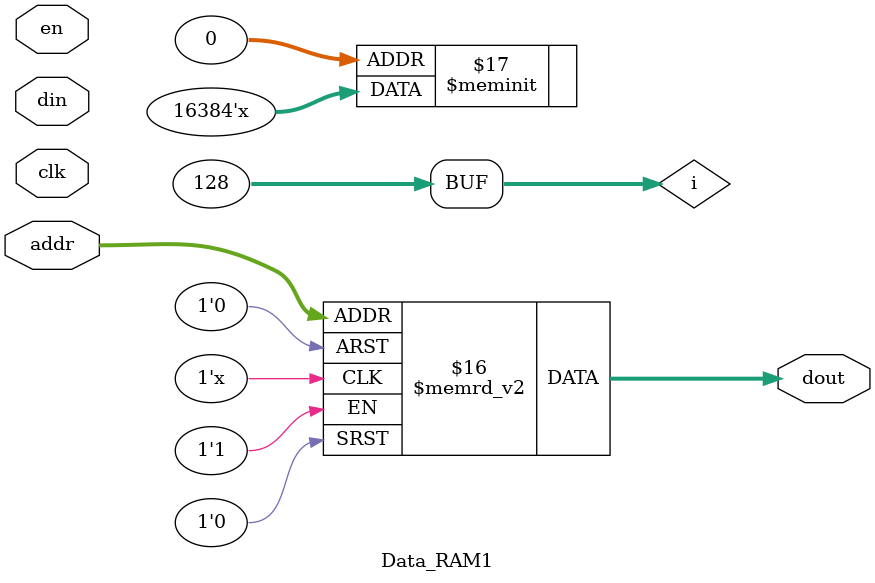
<source format=v>
`timescale 1ns / 1ps


module Data_RAM1(
    input wire clk,// clock
    input wire en,//enable
    input wire [6:0] addr,//address ? index may be right 7bit
    input wire [127:0] din,//data write in
    output reg [127:0] dout//datar read out
    );
 
    reg [127:0] cache_data_way1[0:127];
    integer i;
    
    //memory initial 
    initial begin
        for(i = 0;i < 128;i = i + 1) begin
            cache_data_way1[i] = 128'b0;
        end
//        $readmemh("D:/XilinxData/ComputerOrganization/Experiment_05/vga_debugger.mem",cache_data_way1);//?
    end
    
    //read and write  data to cache
    always @ (clk)  begin
        dout <= cache_data_way1[addr];
        if(en == 1'b1) begin
            cache_data_way1[addr] <= din;
        end
    end
endmodule

</source>
